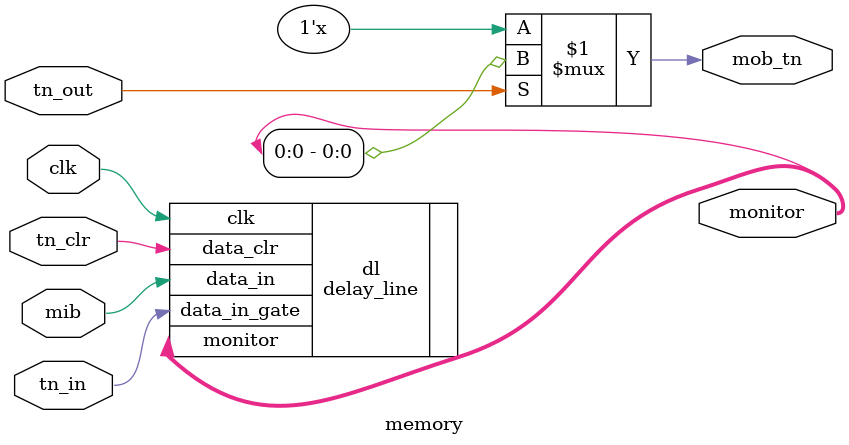
<source format=v>
/* The EDSAC had 32 memory tanks, each designed to hold 
 * 16 full words (36 bits, 72 us delay). It took 1.152 ms for 
 * one complete circulation. Thus 512 full words (576 bits) 
 * could be stored in all. Later in its lifetime, the capacity 
 * was doubled to 1024 full words.
 * 
 * The 32 tanks are distributed across 4 racks -
 *     - rack F1, 8 tanks = 4 up + 4 down
 *     - rack F2, 8 tanks = 4 up + 4 down
 *     - rack R1, 8 tanks = 4 up + 4 down
 *     - rack R2, 8 tanks = 4 up + 4 down
 * Thus, the memory module defined below is instantiated 
 * in an 32-length array by the top module. 0th corresponds 
 * to Tank 0 in F1_up, 1st to Tank 1 in F1_up, ... , 
 * 4th to Tank 0 in F1_down, ... and so on.
 */

module memory
   (output wire [575:0] monitor, // External long tank display for full 576 bits.
    output wire         mob_tn,

    input wire          clk,
    input wire          mib,
    input wire          tn_in,
    input wire          tn_clr,
    input wire          tn_out
   );

   delay_line #(.STORE_LEN(16), .WORD_WIDTH(36)) dl
     (.monitor      (monitor),
      .clk          (clk),
      .data_in      (mib),
      .data_in_gate (tn_in),
      .data_clr     (tn_clr)
     );

   assign mob_tn = tn_out ? monitor[0] : 1'bx;

endmodule

</source>
